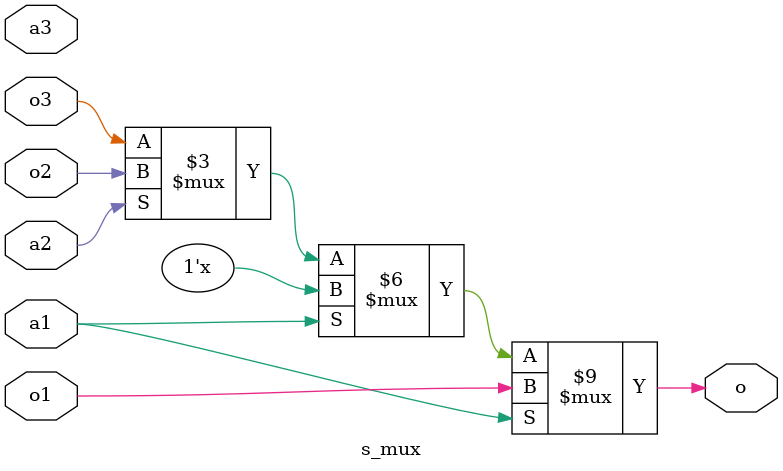
<source format=v>
module s_mux( input wire a1, input wire a2, input wire a3, input wire o1, input wire o2, input wire o3, output reg o);

always @(*) begin
	if(a1) o = o1;
	else if (a2) o = o2;
	else o = o3;
end

endmodule

</source>
